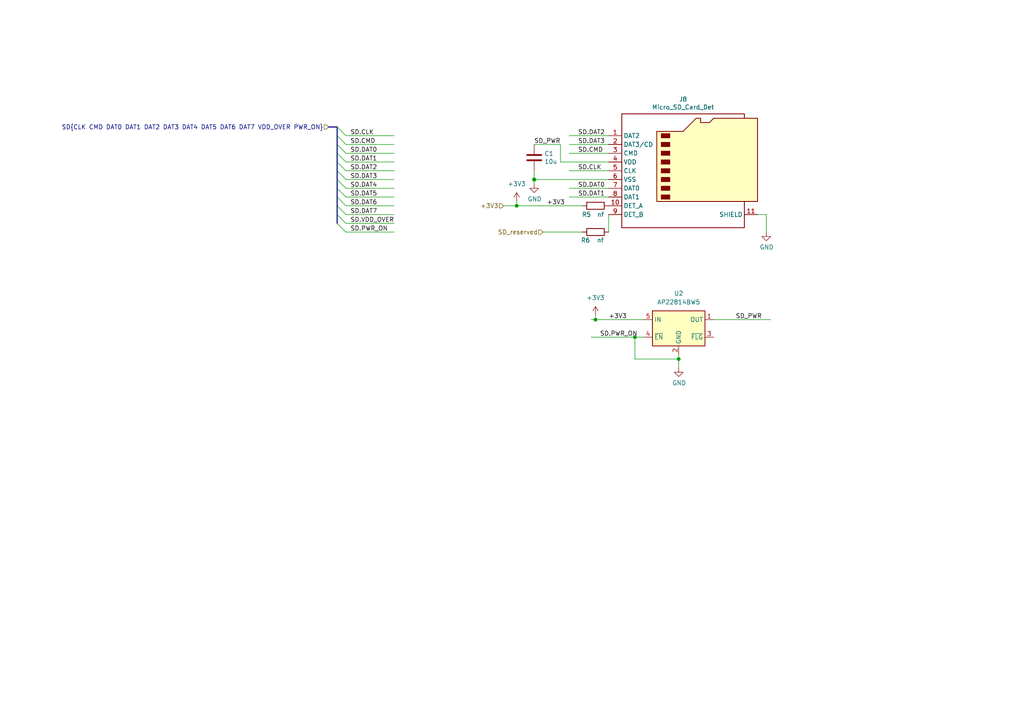
<source format=kicad_sch>
(kicad_sch (version 20211123) (generator eeschema)
  (paper "A4")
  (lib_symbols
    (symbol "Connector:Micro_SD_Card_Det"
      (property "Reference" "J" (at -16.51 17.78 0))
      (property "Value" "Micro_SD_Card_Det" (at 16.51 17.78 0))
      (symbol "Micro_SD_Card_Det_0_1"
        (rectangle (start -7.62 -6.985) (end -5.08 -8.255) (fill (type outline)))
        (rectangle (start -7.62 -4.445) (end -5.08 -5.715) (fill (type outline)))
        (rectangle (start -7.62 -1.905) (end -5.08 -3.175) (fill (type outline)))
        (rectangle (start -7.62 0.635) (end -5.08 -0.635) (fill (type outline)))
        (rectangle (start -7.62 3.175) (end -5.08 1.905) (fill (type outline)))
        (rectangle (start -7.62 5.715) (end -5.08 4.445) (fill (type outline)))
        (rectangle (start -7.62 8.255) (end -5.08 6.985) (fill (type outline)))
        (rectangle (start -7.62 10.795) (end -5.08 9.525) (fill (type outline)))
        (polyline (pts (xy 16.51 15.24) (xy 16.51 16.51) (xy -19.05 16.51) (xy -19.05 -16.51) (xy 16.51 -16.51) (xy 16.51 -8.89)) (stroke (width 0.254)))
        (polyline (pts (xy -8.89 -8.89) (xy -8.89 11.43) (xy -1.27 11.43) (xy 2.54 15.24) (xy 3.81 15.24) (xy 3.81 13.97) (xy 6.35 13.97) (xy 7.62 15.24) (xy 20.32 15.24) (xy 20.32 -8.89) (xy -8.89 -8.89)) (stroke (width 0.254)) (fill (type background)))
      )
      (symbol "Micro_SD_Card_Det_1_1"
        (pin bidirectional line (at -22.86 10.16 0) (length 3.81) (name "DAT2") (number "1"))
        (pin passive line (at -22.86 -10.16 0) (length 3.81) (name "DET_A") (number "10"))
        (pin passive line (at 20.32 -12.7 180) (length 3.81) (name "SHIELD") (number "11"))
        (pin bidirectional line (at -22.86 7.62 0) (length 3.81) (name "DAT3/CD") (number "2"))
        (pin input line (at -22.86 5.08 0) (length 3.81) (name "CMD") (number "3"))
        (pin power_in line (at -22.86 2.54 0) (length 3.81) (name "VDD") (number "4"))
        (pin input line (at -22.86 0 0) (length 3.81) (name "CLK") (number "5"))
        (pin power_in line (at -22.86 -2.54 0) (length 3.81) (name "VSS") (number "6"))
        (pin bidirectional line (at -22.86 -5.08 0) (length 3.81) (name "DAT0") (number "7"))
        (pin bidirectional line (at -22.86 -7.62 0) (length 3.81) (name "DAT1") (number "8"))
        (pin passive line (at -22.86 -12.7 0) (length 3.81) (name "DET_B") (number "9"))
      )
    )
    (symbol "Device:C" (pin_numbers hide) (pin_names (offset 0.254))
      (property "Reference" "C" (at 0.635 2.54 0))
      (property "Value" "C" (at 0.635 -2.54 0))
      (symbol "C_0_1"
        (polyline (pts (xy -2.032 -0.762) (xy 2.032 -0.762)) (stroke (width 0.508)))
        (polyline (pts (xy -2.032 0.762) (xy 2.032 0.762)) (stroke (width 0.508)))
      )
      (symbol "C_1_1"
        (pin passive line (at 0 3.81 270) (length 2.794) (name "~") (number "1"))
        (pin passive line (at 0 -3.81 90) (length 2.794) (name "~") (number "2"))
      )
    )
    (symbol "Device:R" (pin_numbers hide) (pin_names (offset 0))
      (property "Reference" "R" (at 2.032 0 90))
      (property "Value" "R" (at 0 0 90))
      (symbol "R_0_1"
        (rectangle (start -1.016 -2.54) (end 1.016 2.54) (stroke (width 0.254)))
      )
      (symbol "R_1_1"
        (pin passive line (at 0 3.81 270) (length 1.27) (name "~") (number "1"))
        (pin passive line (at 0 -3.81 90) (length 1.27) (name "~") (number "2"))
      )
    )
    (symbol "Power_Management:AP22814BW5"
      (property "Reference" "U" (at -7.62 -6.35 0))
      (property "Value" "AP22814BW5" (at -7.62 6.35 0))
      (symbol "AP22814BW5_0_1"
        (rectangle (start -7.62 5.08) (end 7.62 -5.08) (stroke (width 0.254)) (fill (type background)))
      )
      (symbol "AP22814BW5_1_1"
        (pin power_out line (at 10.16 2.54 180) (length 2.54) (name "OUT") (number "1"))
        (pin power_in line (at 0 -7.62 90) (length 2.54) (name "GND") (number "2"))
        (pin open_collector line (at 10.16 -2.54 180) (length 2.54) (name "~{FLG}") (number "3"))
        (pin input line (at -10.16 -2.54 0) (length 2.54) (name "~{EN}") (number "4"))
        (pin power_in line (at -10.16 2.54 0) (length 2.54) (name "IN") (number "5"))
      )
    )
    (symbol "power:+3V3" (power) (pin_names (offset 0))
      (property "Value" "+3V3" (at 0 3.556 0))
      (symbol "+3V3_0_1"
        (polyline (pts (xy -0.762 1.27) (xy 0 2.54)))
        (polyline (pts (xy 0 0) (xy 0 2.54)))
        (polyline (pts (xy 0 2.54) (xy 0.762 1.27)))
      )
      (symbol "+3V3_1_1"
        (pin power_in line (at 0 0 90) (length 0) hide (name "+3V3") (number "1"))
      )
    )
    (symbol "power:GND" (power) (pin_names (offset 0))
      (property "Value" "GND" (at 0 -3.81 0))
      (symbol "GND_0_1"
        (polyline (pts (xy 0 0) (xy 0 -1.27) (xy 1.27 -1.27) (xy 0 -2.54) (xy -1.27 -1.27) (xy 0 -1.27)))
      )
      (symbol "GND_1_1"
        (pin power_in line (at 0 0 270) (length 0) hide (name "GND") (number "1"))
      )
    )
  )
  (junction (at 172.72 92.71))
  (junction (at 149.86 59.69))
  (junction (at 154.94 52.07) (diameter 1.016))
  (junction (at 196.85 104.14))
  (junction (at 184.15 97.79))
  (bus_entry (at 97.79 44.45) (size 2.54 2.54))
  (bus_entry (at 97.79 64.77) (size 2.54 2.54))
  (bus_entry (at 97.79 41.91) (size 2.54 2.54))
  (bus_entry (at 97.79 46.99) (size 2.54 2.54))
  (bus_entry (at 97.79 59.69) (size 2.54 2.54))
  (bus_entry (at 97.79 57.15) (size 2.54 2.54))
  (bus_entry (at 97.79 49.53) (size 2.54 2.54))
  (bus_entry (at 97.79 52.07) (size 2.54 2.54))
  (bus_entry (at 97.79 54.61) (size 2.54 2.54))
  (bus_entry (at 97.79 36.83) (size 2.54 2.54))
  (bus_entry (at 97.79 39.37) (size 2.54 2.54))
  (bus_entry (at 97.79 62.23) (size 2.54 2.54))
  (wire (pts (xy 176.53 49.53) (xy 165.1 49.53)))
  (bus (pts (xy 97.79 49.53) (xy 97.79 52.07)))
  (wire (pts (xy 100.33 44.45) (xy 114.3 44.45)))
  (bus (pts (xy 97.79 54.61) (xy 97.79 57.15)))
  (wire (pts (xy 100.33 54.61) (xy 114.3 54.61)))
  (wire (pts (xy 154.94 41.91) (xy 162.56 41.91)))
  (wire (pts (xy 157.48 67.31) (xy 168.91 67.31)))
  (wire (pts (xy 154.94 52.07) (xy 154.94 53.34)))
  (wire (pts (xy 154.94 52.07) (xy 176.53 52.07)))
  (wire (pts (xy 146.05 59.69) (xy 149.86 59.69)))
  (wire (pts (xy 219.71 62.23) (xy 222.25 62.23)))
  (wire (pts (xy 184.15 97.79) (xy 186.69 97.79)))
  (bus (pts (xy 97.79 57.15) (xy 97.79 59.69)))
  (bus (pts (xy 95.25 36.83) (xy 97.79 36.83)))
  (bus (pts (xy 97.79 41.91) (xy 97.79 44.45)))
  (wire (pts (xy 100.33 52.07) (xy 114.3 52.07)))
  (wire (pts (xy 100.33 57.15) (xy 114.3 57.15)))
  (wire (pts (xy 172.72 92.71) (xy 186.69 92.71)))
  (wire (pts (xy 100.33 62.23) (xy 114.3 62.23)))
  (wire (pts (xy 149.86 58.42) (xy 149.86 59.69)))
  (wire (pts (xy 176.53 46.99) (xy 162.56 46.99)))
  (bus (pts (xy 97.79 62.23) (xy 97.79 64.77)))
  (wire (pts (xy 171.45 92.71) (xy 172.72 92.71)))
  (bus (pts (xy 97.79 52.07) (xy 97.79 54.61)))
  (wire (pts (xy 176.53 41.91) (xy 165.1 41.91)))
  (bus (pts (xy 97.79 44.45) (xy 97.79 46.99)))
  (wire (pts (xy 100.33 39.37) (xy 114.3 39.37)))
  (bus (pts (xy 97.79 39.37) (xy 97.79 41.91)))
  (wire (pts (xy 100.33 64.77) (xy 114.3 64.77)))
  (wire (pts (xy 165.1 39.37) (xy 176.53 39.37)))
  (wire (pts (xy 207.01 92.71) (xy 223.52 92.71)))
  (wire (pts (xy 171.45 97.79) (xy 184.15 97.79)))
  (wire (pts (xy 100.33 46.99) (xy 114.3 46.99)))
  (wire (pts (xy 100.33 59.69) (xy 114.3 59.69)))
  (bus (pts (xy 97.79 36.83) (xy 97.79 39.37)))
  (wire (pts (xy 184.15 104.14) (xy 196.85 104.14)))
  (bus (pts (xy 97.79 59.69) (xy 97.79 62.23)))
  (wire (pts (xy 162.56 46.99) (xy 162.56 41.91)))
  (wire (pts (xy 165.1 54.61) (xy 176.53 54.61)))
  (wire (pts (xy 149.86 59.69) (xy 168.91 59.69)))
  (wire (pts (xy 176.53 62.23) (xy 176.53 67.31)))
  (wire (pts (xy 222.25 62.23) (xy 222.25 67.31)))
  (wire (pts (xy 196.85 102.87) (xy 196.85 104.14)))
  (wire (pts (xy 165.1 44.45) (xy 176.53 44.45)))
  (wire (pts (xy 100.33 67.31) (xy 114.3 67.31)))
  (wire (pts (xy 172.72 91.44) (xy 172.72 92.71)))
  (wire (pts (xy 184.15 97.79) (xy 184.15 104.14)))
  (wire (pts (xy 176.53 57.15) (xy 165.1 57.15)))
  (wire (pts (xy 154.94 49.53) (xy 154.94 52.07)))
  (wire (pts (xy 100.33 41.91) (xy 114.3 41.91)))
  (bus (pts (xy 97.79 46.99) (xy 97.79 49.53)))
  (wire (pts (xy 100.33 49.53) (xy 114.3 49.53)))
  (wire (pts (xy 196.85 104.14) (xy 196.85 106.68)))
  (label "SD.DAT0" (at 101.6 44.45 0))
  (label "SD.CMD" (at 167.64 44.45 0))
  (label "SD_PWR" (at 154.94 41.91 0))
  (label "SD.CLK" (at 167.64 49.53 0))
  (label "SD.DAT2" (at 167.64 39.37 0))
  (label "SD.PWR_ON" (at 173.99 97.79 0))
  (label "SD.DAT3" (at 167.64 41.91 0))
  (label "+3V3" (at 176.53 92.71 0))
  (label "SD.DAT7" (at 101.6 62.23 0))
  (label "SD.PWR_ON" (at 101.6 67.31 0))
  (label "SD.DAT1" (at 167.64 57.15 0))
  (label "+3V3" (at 163.83 59.69 180))
  (label "SD.DAT3" (at 101.6 52.07 0))
  (label "SD.DAT4" (at 101.6 54.61 0))
  (label "SD.CLK" (at 101.6 39.37 0))
  (label "SD.CMD" (at 101.6 41.91 0))
  (label "SD.DAT6" (at 101.6 59.69 0))
  (label "SD.VDD_OVER" (at 101.6 64.77 0))
  (label "SD_PWR" (at 213.36 92.71 0))
  (label "SD.DAT2" (at 101.6 49.53 0))
  (label "SD.DAT1" (at 101.6 46.99 0))
  (label "SD.DAT5" (at 101.6 57.15 0))
  (label "SD.DAT0" (at 167.64 54.61 0))
  (hierarchical_label "SD_reserved" (shape input) (at 157.48 67.31 180))
  (hierarchical_label "+3V3" (shape input) (at 146.05 59.69 180))
  (hierarchical_label "SD{CLK CMD DAT0 DAT1 DAT2 DAT3 DAT4 DAT5 DAT6 DAT7 VDD_OVER PWR_ON}" (shape input) (at 95.25 36.83 0))
  (symbol (lib_id "power:GND") (at 154.94 53.34 0) (unit 1)
    (property "Reference" "#PWR0117" (effects hide))
    (property "Value" "GND" (at 155.067 57.7342 0))
  )
  (symbol (lib_id "Device:C") (at 154.94 45.72 0) (unit 1)
    (property "Reference" "C1" (at 157.861 44.5516 0) (effects (justify left)))
    (property "Value" "10u" (at 157.861 46.863 0) (effects (justify left)))
    (property "Footprint" "Capacitor_SMD:C_0805_2012Metric" (effects hide))
    (property "Datasheet" "https://search.murata.co.jp/Ceramy/image/img/A01X/G101/ENG/GRM21BR71A106KA73-01.pdf" (effects hide))
    (property "Field5" "490-14381-1-ND" (effects hide))
    (property "Field4" "Digikey" (effects hide))
    (property "Field6" "GRM21BR71A106KA73L" (effects hide))
    (property "Field7" "Murata" (effects hide))
    (property "Part Description" "	10uF 10% 10V Ceramic Capacitor X7R 0805 (2012 Metric)" (effects hide))
    (property "Field8" "111893011" (effects hide))
  )
  (symbol (lib_id "Device:R") (at 172.72 59.69 90) (unit 1)
    (property "Reference" "R5" (at 171.45 62.23 90) (effects (justify left)))
    (property "Value" "nf" (at 175.26 62.23 90) (effects (justify left)))
    (property "Footprint" "Resistor_SMD:R_0402_1005Metric" (effects hide))
    (property "Datasheet" "https://fscdn.rohm.com/en/products/databook/datasheet/passive/resistor/chip_resistor/mcr-e.pdf" (effects hide))
    (property "Field4" "Farnell" (effects hide))
    (property "Field5" "9239235" (effects hide))
    (property "Field7" "KOA EUROPE GMBH" (effects hide))
    (property "Field6" "RK73H1ETTP1001F" (effects hide))
    (property "Part Description" "Resistor 1K M1005 1% 63mW" (effects hide))
    (property "Field8" "125049511" (effects hide))
  )
  (symbol (lib_id "power:+3V3") (at 149.86 58.42 0) (unit 1)
    (property "Reference" "#PWR09" (effects hide))
    (property "Value" "+3V3" (at 149.86 53.34 0))
  )
  (symbol (lib_id "power:GND") (at 196.85 106.68 0) (unit 1)
    (property "Reference" "#PWR020" (effects hide))
    (property "Value" "GND" (at 196.977 111.0742 0))
  )
  (symbol (lib_id "power:+3V3") (at 172.72 91.44 0) (unit 1)
    (property "Reference" "#PWR010" (effects hide))
    (property "Value" "+3V3" (at 172.72 86.36 0))
  )
  (symbol (lib_id "Connector:Micro_SD_Card_Det") (at 199.39 49.53 0) (unit 1)
    (property "Reference" "J8" (at 198.12 28.7782 0))
    (property "Value" "Micro_SD_Card_Det" (at 198.12 31.0896 0))
    (property "Footprint" "CM4IO:SDCARD_MOLEX_503398-1892" (effects hide))
    (property "Datasheet" "https://www.hirose.com/product/en/download_file/key_name/DM3/category/Catalog/doc_file_id/49662/?file_category_id=4&item_id=195&is_series=1" (effects hide))
    (property "Field4" "Farnell" (effects hide))
    (property "Field5" "2358234" (effects hide))
    (property "Field6" "503398-1892" (effects hide))
    (property "Field7" "Molex" (effects hide))
    (property "Part Description" "9 (8 + 1) Position Card Connector microSD™ Surface Mount, Right Angle Gold" (effects hide))
    (property "Field8" "UCON00512" (effects hide))
  )
  (symbol (lib_id "power:GND") (at 222.25 67.31 0) (unit 1)
    (property "Reference" "#PWR0119" (effects hide))
    (property "Value" "GND" (at 222.377 71.7042 0))
  )
  (symbol (lib_id "Power_Management:AP22814BW5") (at 196.85 95.25 0) (unit 1)
    (property "Reference" "U2" (at 196.85 85.09 0))
    (property "Value" "AP22814BW5" (at 196.85 87.63 0))
    (property "Footprint" "Package_TO_SOT_SMD:SOT-23-5" (effects hide))
    (property "Datasheet" "https://www.diodes.com/assets/Datasheets/AP22804_14.pdf" (effects hide))
  )
  (symbol (lib_id "Device:R") (at 172.72 67.31 90) (unit 1)
    (property "Reference" "R6" (at 171.1706 69.6976 90) (effects (justify left)))
    (property "Value" "nf" (at 175.1838 69.6468 90) (effects (justify left)))
    (property "Footprint" "Resistor_SMD:R_0402_1005Metric" (effects hide))
    (property "Datasheet" "https://fscdn.rohm.com/en/products/databook/datasheet/passive/resistor/chip_resistor/mcr-e.pdf" (effects hide))
    (property "Field4" "Farnell" (effects hide))
    (property "Field5" "9239235" (effects hide))
    (property "Field7" "KOA EUROPE GMBH" (effects hide))
    (property "Field6" "RK73H1ETTP1001F" (effects hide))
    (property "Part Description" "Resistor 1K M1005 1% 63mW" (effects hide))
    (property "Field8" "125049511" (effects hide))
  )
)
</source>
